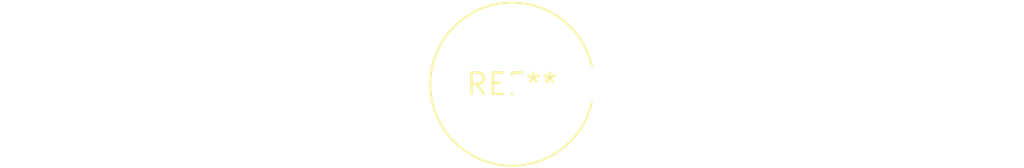
<source format=kicad_pcb>
(kicad_pcb (version 20240108) (generator pcbnew)
  (layers (0 "F.Cu" signal) (31 "B.Cu" signal) (34 "B.Paste" user) (35 "F.Paste" user) (36 "B.SilkS" user "B.Silkscreen") (37 "F.SilkS" user "F.Silkscreen") (38 "B.Mask" user) (39 "F.Mask" user) (44 "Edge.Cuts" user))
  (net 0 "")
  (footprint "L_Axial_L16.0mm_D9.5mm_P5.08mm_Vertical_Vishay_IM-10-37" (layer "F.Cu") (at 0 0)
    (property "Reference" "REF**")
    (property "Value" "L_Axial_L16.0mm_D9.5mm_P5.08mm_Vertical_Vishay_IM-10-37")
    (fp_arc (start 4.739462 1.12) (mid -4.87 0) (end 4.739462 -1.12) (layer "F.SilkS") (stroke (width 0.12)))
    (pad "1" thru_hole circle (at 0 0) (size 2 2) (drill 1) (layers *.Cu *.Mask) (remove_unused_layers))
    (pad "2" thru_hole oval (at 5.08 0) (size 2 2) (drill 1) (layers *.Cu *.Mask) (remove_unused_layers))
  )
)
</source>
